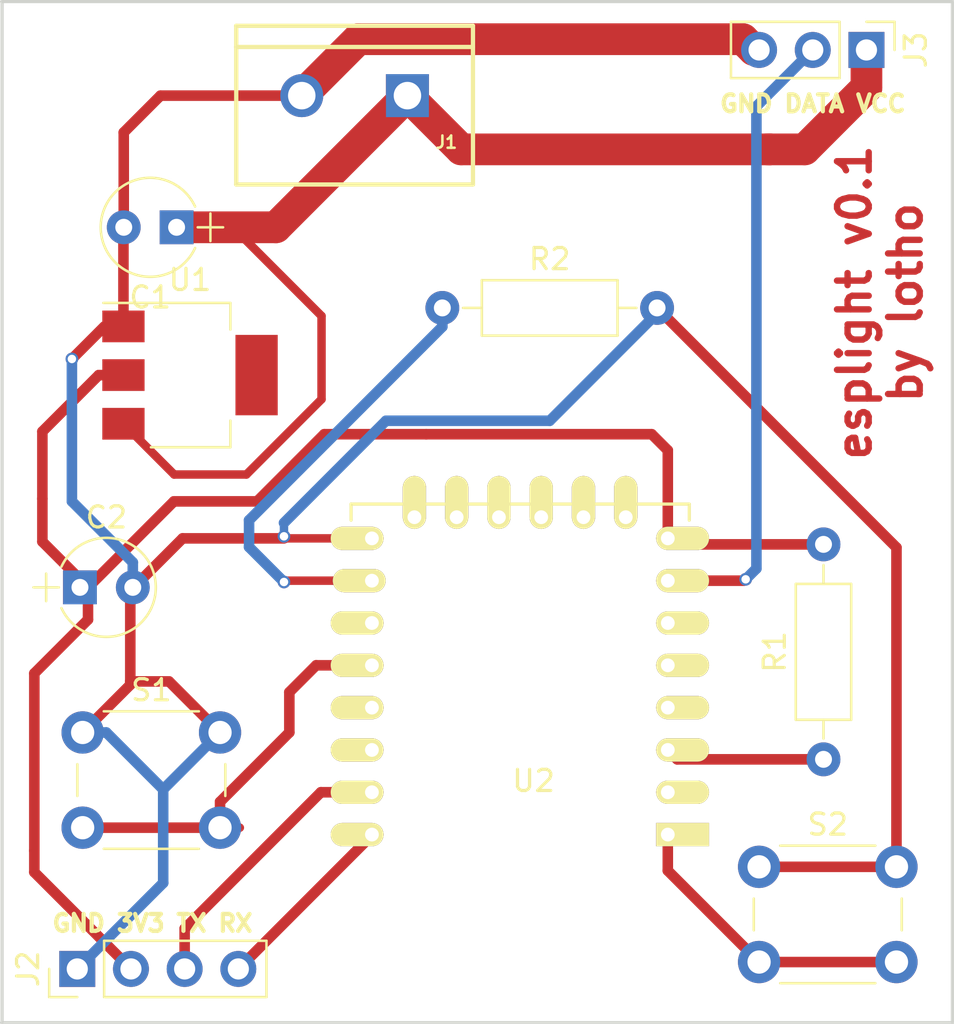
<source format=kicad_pcb>
(kicad_pcb (version 4) (host pcbnew 4.0.7)

  (general
    (links 27)
    (no_connects 0)
    (area 177.699999 65.964999 222.850001 114.375001)
    (thickness 1.6)
    (drawings 7)
    (tracks 110)
    (zones 0)
    (modules 11)
    (nets 24)
  )

  (page A4)
  (layers
    (0 F.Cu signal)
    (31 B.Cu signal)
    (32 B.Adhes user)
    (33 F.Adhes user)
    (34 B.Paste user)
    (35 F.Paste user)
    (36 B.SilkS user)
    (37 F.SilkS user)
    (38 B.Mask user)
    (39 F.Mask user)
    (40 Dwgs.User user)
    (41 Cmts.User user)
    (42 Eco1.User user)
    (43 Eco2.User user)
    (44 Edge.Cuts user)
    (45 Margin user)
    (46 B.CrtYd user)
    (47 F.CrtYd user)
    (48 B.Fab user)
    (49 F.Fab user)
  )

  (setup
    (last_trace_width 0.5)
    (trace_clearance 0.2)
    (zone_clearance 0.508)
    (zone_45_only no)
    (trace_min 0.3)
    (segment_width 0.2)
    (edge_width 0.15)
    (via_size 0.6)
    (via_drill 0.4)
    (via_min_size 0.4)
    (via_min_drill 0.3)
    (uvia_size 0.3)
    (uvia_drill 0.1)
    (uvias_allowed no)
    (uvia_min_size 0.2)
    (uvia_min_drill 0.1)
    (pcb_text_width 0.3)
    (pcb_text_size 1.5 1.5)
    (mod_edge_width 0.15)
    (mod_text_size 1 1)
    (mod_text_width 0.15)
    (pad_size 1.524 1.524)
    (pad_drill 0.762)
    (pad_to_mask_clearance 0.2)
    (aux_axis_origin 0 0)
    (visible_elements FFFFFFFF)
    (pcbplotparams
      (layerselection 0x011fc_80000001)
      (usegerberextensions true)
      (excludeedgelayer true)
      (linewidth 0.100000)
      (plotframeref false)
      (viasonmask false)
      (mode 1)
      (useauxorigin false)
      (hpglpennumber 1)
      (hpglpenspeed 20)
      (hpglpendiameter 15)
      (hpglpenoverlay 2)
      (psnegative false)
      (psa4output false)
      (plotreference true)
      (plotvalue true)
      (plotinvisibletext false)
      (padsonsilk false)
      (subtractmaskfromsilk false)
      (outputformat 1)
      (mirror false)
      (drillshape 0)
      (scaleselection 1)
      (outputdirectory gerber/v0.1/))
  )

  (net 0 "")
  (net 1 GND)
  (net 2 /3V3)
  (net 3 /TXD)
  (net 4 /RXD)
  (net 5 VCC)
  (net 6 /PROGRAM)
  (net 7 "Net-(U2-Pad13)")
  (net 8 "Net-(U2-Pad5)")
  (net 9 "Net-(U2-Pad2)")
  (net 10 /DATA)
  (net 11 "Net-(R1-Pad1)")
  (net 12 "Net-(U2-Pad4)")
  (net 13 "Net-(U2-Pad6)")
  (net 14 "Net-(U2-Pad14)")
  (net 15 "Net-(U2-Pad17)")
  (net 16 "Net-(U2-Pad18)")
  (net 17 "Net-(U2-Pad19)")
  (net 18 "Net-(U2-Pad20)")
  (net 19 "Net-(U2-Pad21)")
  (net 20 "Net-(U2-Pad22)")
  (net 21 "Net-(R2-Pad1)")
  (net 22 /RESET)
  (net 23 "Net-(U2-Pad11)")

  (net_class Default "Dies ist die voreingestellte Netzklasse."
    (clearance 0.2)
    (trace_width 0.5)
    (via_dia 0.6)
    (via_drill 0.4)
    (uvia_dia 0.3)
    (uvia_drill 0.1)
    (add_net /3V3)
    (add_net /DATA)
    (add_net /PROGRAM)
    (add_net /RESET)
    (add_net /RXD)
    (add_net /TXD)
    (add_net GND)
    (add_net "Net-(R1-Pad1)")
    (add_net "Net-(R2-Pad1)")
    (add_net "Net-(U2-Pad11)")
    (add_net "Net-(U2-Pad13)")
    (add_net "Net-(U2-Pad14)")
    (add_net "Net-(U2-Pad17)")
    (add_net "Net-(U2-Pad18)")
    (add_net "Net-(U2-Pad19)")
    (add_net "Net-(U2-Pad2)")
    (add_net "Net-(U2-Pad20)")
    (add_net "Net-(U2-Pad21)")
    (add_net "Net-(U2-Pad22)")
    (add_net "Net-(U2-Pad4)")
    (add_net "Net-(U2-Pad5)")
    (add_net "Net-(U2-Pad6)")
  )

  (net_class power ""
    (clearance 0.2)
    (trace_width 1.5)
    (via_dia 0.6)
    (via_drill 0.4)
    (uvia_dia 0.3)
    (uvia_drill 0.1)
    (add_net VCC)
  )

  (module SparkFun-Connectors:SCREWTERMINAL-5MM-2 (layer F.Cu) (tedit 5B37A519) (tstamp 59343901)
    (at 196.977 70.485 180)
    (descr "<h3>Screw Terminal  5mm Pitch -2 Pin PTH</h3>\n<p>Specifications:\n<ul><li>Pin count: 2</li>\n<li>Pin pitch: 5mm/197mil</li>\n</ul></p>\n<p><a href=”https://www.sparkfun.com/datasheets/Prototyping/Screw-Terminal-5mm.pdf”>Datasheet referenced for footprint</a></p>\n<p>Example device(s):\n<ul><li>CONN_02</li>\n</ul></p>")
    (path /5934374D)
    (fp_text reference J1 (at -1.27 -2.54 180) (layer F.SilkS)
      (effects (font (size 0.57912 0.57912) (thickness 0.12192)) (justify left bottom))
    )
    (fp_text value Screw_Terminal_1x02 (at -1.27 -1.27 180) (layer F.SilkS) hide
      (effects (font (size 0.57912 0.57912) (thickness 0.12192)) (justify left bottom))
    )
    (fp_line (start -3.1 -4.2) (end 8.1 -4.2) (layer F.SilkS) (width 0.2032))
    (fp_line (start 8.1 -4.2) (end 8.1 2.3) (layer F.SilkS) (width 0.2032))
    (fp_line (start 8.1 2.3) (end 8.1 3.3) (layer F.SilkS) (width 0.2032))
    (fp_line (start 8.1 3.3) (end -3.1 3.3) (layer F.SilkS) (width 0.2032))
    (fp_line (start -3.1 3.3) (end -3.1 2.3) (layer F.SilkS) (width 0.2032))
    (fp_line (start -3.1 2.3) (end -3.1 -4.2) (layer F.SilkS) (width 0.2032))
    (fp_line (start 8.1 2.3) (end -3.1 2.3) (layer F.SilkS) (width 0.2032))
    (fp_line (start -3.1 1.35) (end -3.7 1.35) (layer Dwgs.User) (width 0.2032))
    (fp_line (start -3.7 1.35) (end -3.7 2.35) (layer Dwgs.User) (width 0.2032))
    (fp_line (start -3.7 2.35) (end -3.1 2.35) (layer Dwgs.User) (width 0.2032))
    (fp_line (start 8.1 -4) (end 8.7 -4) (layer Dwgs.User) (width 0.2032))
    (fp_line (start 8.7 -4) (end 8.7 -3) (layer Dwgs.User) (width 0.2032))
    (fp_line (start 8.7 -3) (end 8.1 -3) (layer Dwgs.User) (width 0.2032))
    (fp_circle (center 2.5 -3.7) (end 2.7828 -3.7) (layer Dwgs.User) (width 0.127))
    (pad 1 thru_hole rect (at 0 0 180) (size 2.032 2.032) (drill 1.3) (layers *.Cu *.Mask)
      (net 5 VCC))
    (pad 2 thru_hole circle (at 5 0 180) (size 2.032 2.032) (drill 1.3) (layers *.Cu *.Mask)
      (net 1 GND))
  )

  (module Capacitors_THT:CP_Radial_Tantal_D4.5mm_P2.50mm (layer F.Cu) (tedit 58765D06) (tstamp 59346608)
    (at 186.055 76.708 180)
    (descr "CP, Radial_Tantal series, Radial, pin pitch=2.50mm, , diameter=4.5mm, Tantal Electrolytic Capacitor, http://cdn-reichelt.de/documents/datenblatt/B300/TANTAL-TB-Serie%23.pdf")
    (tags "CP Radial_Tantal series Radial pin pitch 2.50mm  diameter 4.5mm Tantal Electrolytic Capacitor")
    (path /58E29EAD)
    (fp_text reference C1 (at 1.25 -3.31 180) (layer F.SilkS)
      (effects (font (size 1 1) (thickness 0.15)))
    )
    (fp_text value 10uF (at 1.25 3.31 180) (layer F.Fab)
      (effects (font (size 1 1) (thickness 0.15)))
    )
    (fp_arc (start 1.25 0) (end -0.8749 -0.98) (angle 130.5) (layer F.SilkS) (width 0.12))
    (fp_arc (start 1.25 0) (end -0.8749 0.98) (angle -130.5) (layer F.SilkS) (width 0.12))
    (fp_arc (start 1.25 0) (end 3.3749 -0.98) (angle 49.5) (layer F.SilkS) (width 0.12))
    (fp_circle (center 1.25 0) (end 3.5 0) (layer F.Fab) (width 0.1))
    (fp_line (start -2.2 0) (end -1 0) (layer F.Fab) (width 0.1))
    (fp_line (start -1.6 -0.65) (end -1.6 0.65) (layer F.Fab) (width 0.1))
    (fp_line (start -2.2 0) (end -1 0) (layer F.SilkS) (width 0.12))
    (fp_line (start -1.6 -0.65) (end -1.6 0.65) (layer F.SilkS) (width 0.12))
    (fp_line (start -1.35 -2.6) (end -1.35 2.6) (layer F.CrtYd) (width 0.05))
    (fp_line (start -1.35 2.6) (end 3.85 2.6) (layer F.CrtYd) (width 0.05))
    (fp_line (start 3.85 2.6) (end 3.85 -2.6) (layer F.CrtYd) (width 0.05))
    (fp_line (start 3.85 -2.6) (end -1.35 -2.6) (layer F.CrtYd) (width 0.05))
    (pad 1 thru_hole rect (at 0 0 180) (size 1.6 1.6) (drill 0.8) (layers *.Cu *.Mask)
      (net 5 VCC))
    (pad 2 thru_hole circle (at 2.5 0 180) (size 1.6 1.6) (drill 0.8) (layers *.Cu *.Mask)
      (net 1 GND))
    (model Capacitors_THT.3dshapes/CP_Radial_Tantal_D4.5mm_P2.50mm.wrl
      (at (xyz 0 0 0))
      (scale (xyz 0.393701 0.393701 0.393701))
      (rotate (xyz 0 0 0))
    )
  )

  (module Pin_Headers:Pin_Header_Straight_1x04_Pitch2.54mm (layer F.Cu) (tedit 5B37A50F) (tstamp 59076266)
    (at 181.356 111.76 90)
    (descr "Through hole straight pin header, 1x04, 2.54mm pitch, single row")
    (tags "Through hole pin header THT 1x04 2.54mm single row")
    (path /58E1245D)
    (fp_text reference J2 (at 0 -2.33 90) (layer F.SilkS)
      (effects (font (size 1 1) (thickness 0.15)))
    )
    (fp_text value CONN_01X04 (at 0 9.95 90) (layer F.Fab) hide
      (effects (font (size 1 1) (thickness 0.15)))
    )
    (fp_line (start -1.27 -1.27) (end -1.27 8.89) (layer F.Fab) (width 0.1))
    (fp_line (start -1.27 8.89) (end 1.27 8.89) (layer F.Fab) (width 0.1))
    (fp_line (start 1.27 8.89) (end 1.27 -1.27) (layer F.Fab) (width 0.1))
    (fp_line (start 1.27 -1.27) (end -1.27 -1.27) (layer F.Fab) (width 0.1))
    (fp_line (start -1.33 1.27) (end -1.33 8.95) (layer F.SilkS) (width 0.12))
    (fp_line (start -1.33 8.95) (end 1.33 8.95) (layer F.SilkS) (width 0.12))
    (fp_line (start 1.33 8.95) (end 1.33 1.27) (layer F.SilkS) (width 0.12))
    (fp_line (start 1.33 1.27) (end -1.33 1.27) (layer F.SilkS) (width 0.12))
    (fp_line (start -1.33 0) (end -1.33 -1.33) (layer F.SilkS) (width 0.12))
    (fp_line (start -1.33 -1.33) (end 0 -1.33) (layer F.SilkS) (width 0.12))
    (fp_line (start -1.8 -1.8) (end -1.8 9.4) (layer F.CrtYd) (width 0.05))
    (fp_line (start -1.8 9.4) (end 1.8 9.4) (layer F.CrtYd) (width 0.05))
    (fp_line (start 1.8 9.4) (end 1.8 -1.8) (layer F.CrtYd) (width 0.05))
    (fp_line (start 1.8 -1.8) (end -1.8 -1.8) (layer F.CrtYd) (width 0.05))
    (fp_text user %R (at 0 -2.33 90) (layer F.Fab)
      (effects (font (size 1 1) (thickness 0.15)))
    )
    (pad 1 thru_hole rect (at 0 0 90) (size 1.7 1.7) (drill 1) (layers *.Cu *.Mask)
      (net 1 GND))
    (pad 2 thru_hole oval (at 0 2.54 90) (size 1.7 1.7) (drill 1) (layers *.Cu *.Mask)
      (net 2 /3V3))
    (pad 3 thru_hole oval (at 0 5.08 90) (size 1.7 1.7) (drill 1) (layers *.Cu *.Mask)
      (net 3 /TXD))
    (pad 4 thru_hole oval (at 0 7.62 90) (size 1.7 1.7) (drill 1) (layers *.Cu *.Mask)
      (net 4 /RXD))
    (model ${KISYS3DMOD}/Pin_Headers.3dshapes/Pin_Header_Straight_1x04_Pitch2.54mm.wrl
      (at (xyz 0 -0.15 0))
      (scale (xyz 1 1 1))
      (rotate (xyz 0 0 90))
    )
  )

  (module Pin_Headers:Pin_Header_Straight_1x03_Pitch2.54mm (layer F.Cu) (tedit 5B37A4EC) (tstamp 5907626D)
    (at 218.694 68.326 270)
    (descr "Through hole straight pin header, 1x03, 2.54mm pitch, single row")
    (tags "Through hole pin header THT 1x03 2.54mm single row")
    (path /590761C5)
    (fp_text reference J3 (at 0 -2.33 270) (layer F.SilkS)
      (effects (font (size 1 1) (thickness 0.15)))
    )
    (fp_text value CONN_01X03 (at 0 7.41 270) (layer F.Fab) hide
      (effects (font (size 1 1) (thickness 0.15)))
    )
    (fp_line (start -1.27 -1.27) (end -1.27 6.35) (layer F.Fab) (width 0.1))
    (fp_line (start -1.27 6.35) (end 1.27 6.35) (layer F.Fab) (width 0.1))
    (fp_line (start 1.27 6.35) (end 1.27 -1.27) (layer F.Fab) (width 0.1))
    (fp_line (start 1.27 -1.27) (end -1.27 -1.27) (layer F.Fab) (width 0.1))
    (fp_line (start -1.33 1.27) (end -1.33 6.41) (layer F.SilkS) (width 0.12))
    (fp_line (start -1.33 6.41) (end 1.33 6.41) (layer F.SilkS) (width 0.12))
    (fp_line (start 1.33 6.41) (end 1.33 1.27) (layer F.SilkS) (width 0.12))
    (fp_line (start 1.33 1.27) (end -1.33 1.27) (layer F.SilkS) (width 0.12))
    (fp_line (start -1.33 0) (end -1.33 -1.33) (layer F.SilkS) (width 0.12))
    (fp_line (start -1.33 -1.33) (end 0 -1.33) (layer F.SilkS) (width 0.12))
    (fp_line (start -1.8 -1.8) (end -1.8 6.85) (layer F.CrtYd) (width 0.05))
    (fp_line (start -1.8 6.85) (end 1.8 6.85) (layer F.CrtYd) (width 0.05))
    (fp_line (start 1.8 6.85) (end 1.8 -1.8) (layer F.CrtYd) (width 0.05))
    (fp_line (start 1.8 -1.8) (end -1.8 -1.8) (layer F.CrtYd) (width 0.05))
    (fp_text user %R (at 0 -2.33 270) (layer F.Fab)
      (effects (font (size 1 1) (thickness 0.15)))
    )
    (pad 1 thru_hole rect (at 0 0 270) (size 1.7 1.7) (drill 1) (layers *.Cu *.Mask)
      (net 5 VCC))
    (pad 2 thru_hole oval (at 0 2.54 270) (size 1.7 1.7) (drill 1) (layers *.Cu *.Mask)
      (net 10 /DATA))
    (pad 3 thru_hole oval (at 0 5.08 270) (size 1.7 1.7) (drill 1) (layers *.Cu *.Mask)
      (net 1 GND))
    (model ${KISYS3DMOD}/Pin_Headers.3dshapes/Pin_Header_Straight_1x03_Pitch2.54mm.wrl
      (at (xyz 0 -0.1 0))
      (scale (xyz 1 1 1))
      (rotate (xyz 0 0 90))
    )
  )

  (module Buttons_Switches_THT:SW_PUSH_6mm_h4.3mm (layer F.Cu) (tedit 5B37A4FC) (tstamp 5907627B)
    (at 181.61 100.584)
    (descr "tactile push button, 6x6mm e.g. PHAP33xx series, height=4.3mm")
    (tags "tact sw push 6mm")
    (path /5909001E)
    (fp_text reference S1 (at 3.25 -2) (layer F.SilkS)
      (effects (font (size 1 1) (thickness 0.15)))
    )
    (fp_text value SWITCH-MOMENTARY-2 (at 3.75 6.7) (layer F.Fab) hide
      (effects (font (size 1 1) (thickness 0.15)))
    )
    (fp_line (start 3.25 -0.75) (end 6.25 -0.75) (layer F.Fab) (width 0.1))
    (fp_line (start 6.25 -0.75) (end 6.25 5.25) (layer F.Fab) (width 0.1))
    (fp_line (start 6.25 5.25) (end 0.25 5.25) (layer F.Fab) (width 0.1))
    (fp_line (start 0.25 5.25) (end 0.25 -0.75) (layer F.Fab) (width 0.1))
    (fp_line (start 0.25 -0.75) (end 3.25 -0.75) (layer F.Fab) (width 0.1))
    (fp_line (start 7.75 6) (end 8 6) (layer F.CrtYd) (width 0.05))
    (fp_line (start 8 6) (end 8 5.75) (layer F.CrtYd) (width 0.05))
    (fp_line (start 7.75 -1.5) (end 8 -1.5) (layer F.CrtYd) (width 0.05))
    (fp_line (start 8 -1.5) (end 8 -1.25) (layer F.CrtYd) (width 0.05))
    (fp_line (start -1.5 -1.25) (end -1.5 -1.5) (layer F.CrtYd) (width 0.05))
    (fp_line (start -1.5 -1.5) (end -1.25 -1.5) (layer F.CrtYd) (width 0.05))
    (fp_line (start -1.5 5.75) (end -1.5 6) (layer F.CrtYd) (width 0.05))
    (fp_line (start -1.5 6) (end -1.25 6) (layer F.CrtYd) (width 0.05))
    (fp_line (start -1.25 -1.5) (end 7.75 -1.5) (layer F.CrtYd) (width 0.05))
    (fp_line (start -1.5 5.75) (end -1.5 -1.25) (layer F.CrtYd) (width 0.05))
    (fp_line (start 7.75 6) (end -1.25 6) (layer F.CrtYd) (width 0.05))
    (fp_line (start 8 -1.25) (end 8 5.75) (layer F.CrtYd) (width 0.05))
    (fp_line (start 1 5.5) (end 5.5 5.5) (layer F.SilkS) (width 0.12))
    (fp_line (start -0.25 1.5) (end -0.25 3) (layer F.SilkS) (width 0.12))
    (fp_line (start 5.5 -1) (end 1 -1) (layer F.SilkS) (width 0.12))
    (fp_line (start 6.75 3) (end 6.75 1.5) (layer F.SilkS) (width 0.12))
    (fp_circle (center 3.25 2.25) (end 1.25 2.5) (layer F.Fab) (width 0.1))
    (pad 2 thru_hole circle (at 0 4.5 90) (size 2 2) (drill 1.1) (layers *.Cu *.Mask)
      (net 6 /PROGRAM))
    (pad 1 thru_hole circle (at 0 0 90) (size 2 2) (drill 1.1) (layers *.Cu *.Mask)
      (net 1 GND))
    (pad 2 thru_hole circle (at 6.5 4.5 90) (size 2 2) (drill 1.1) (layers *.Cu *.Mask)
      (net 6 /PROGRAM))
    (pad 1 thru_hole circle (at 6.5 0 90) (size 2 2) (drill 1.1) (layers *.Cu *.Mask)
      (net 1 GND))
    (model Buttons_Switches_THT.3dshapes/SW_PUSH_6mm_h4.3mm.wrl
      (at (xyz 0.005 0 0))
      (scale (xyz 0.3937 0.3937 0.3937))
      (rotate (xyz 0 0 0))
    )
  )

  (module TO_SOT_Packages_SMD:SOT-223 (layer F.Cu) (tedit 58CE4E7E) (tstamp 59076283)
    (at 186.69 83.693)
    (descr "module CMS SOT223 4 pins")
    (tags "CMS SOT")
    (path /5906714B)
    (attr smd)
    (fp_text reference U1 (at 0 -4.5) (layer F.SilkS)
      (effects (font (size 1 1) (thickness 0.15)))
    )
    (fp_text value LD1117S33CTR (at 0 4.5) (layer F.Fab)
      (effects (font (size 1 1) (thickness 0.15)))
    )
    (fp_text user %R (at 0 0) (layer F.Fab)
      (effects (font (size 0.8 0.8) (thickness 0.12)))
    )
    (fp_line (start -1.85 -2.3) (end -0.8 -3.35) (layer F.Fab) (width 0.1))
    (fp_line (start 1.91 3.41) (end 1.91 2.15) (layer F.SilkS) (width 0.12))
    (fp_line (start 1.91 -3.41) (end 1.91 -2.15) (layer F.SilkS) (width 0.12))
    (fp_line (start 4.4 -3.6) (end -4.4 -3.6) (layer F.CrtYd) (width 0.05))
    (fp_line (start 4.4 3.6) (end 4.4 -3.6) (layer F.CrtYd) (width 0.05))
    (fp_line (start -4.4 3.6) (end 4.4 3.6) (layer F.CrtYd) (width 0.05))
    (fp_line (start -4.4 -3.6) (end -4.4 3.6) (layer F.CrtYd) (width 0.05))
    (fp_line (start -1.85 -2.3) (end -1.85 3.35) (layer F.Fab) (width 0.1))
    (fp_line (start -1.85 3.41) (end 1.91 3.41) (layer F.SilkS) (width 0.12))
    (fp_line (start -0.8 -3.35) (end 1.85 -3.35) (layer F.Fab) (width 0.1))
    (fp_line (start -4.1 -3.41) (end 1.91 -3.41) (layer F.SilkS) (width 0.12))
    (fp_line (start -1.85 3.35) (end 1.85 3.35) (layer F.Fab) (width 0.1))
    (fp_line (start 1.85 -3.35) (end 1.85 3.35) (layer F.Fab) (width 0.1))
    (pad 4 smd rect (at 3.15 0) (size 2 3.8) (layers F.Cu F.Paste F.Mask))
    (pad 2 smd rect (at -3.15 0) (size 2 1.5) (layers F.Cu F.Paste F.Mask)
      (net 2 /3V3))
    (pad 3 smd rect (at -3.15 2.3) (size 2 1.5) (layers F.Cu F.Paste F.Mask)
      (net 5 VCC))
    (pad 1 smd rect (at -3.15 -2.3) (size 2 1.5) (layers F.Cu F.Paste F.Mask)
      (net 1 GND))
    (model ${KISYS3DMOD}/TO_SOT_Packages_SMD.3dshapes/SOT-223.wrl
      (at (xyz 0 0 0))
      (scale (xyz 1 1 1))
      (rotate (xyz 0 0 0))
    )
  )

  (module Resistors_THT:R_Axial_DIN0207_L6.3mm_D2.5mm_P10.16mm_Horizontal (layer F.Cu) (tedit 5874F706) (tstamp 5907633E)
    (at 216.662 101.854 90)
    (descr "Resistor, Axial_DIN0207 series, Axial, Horizontal, pin pitch=10.16mm, 0.25W = 1/4W, length*diameter=6.3*2.5mm^2, http://cdn-reichelt.de/documents/datenblatt/B400/1_4W%23YAG.pdf")
    (tags "Resistor Axial_DIN0207 series Axial Horizontal pin pitch 10.16mm 0.25W = 1/4W length 6.3mm diameter 2.5mm")
    (path /58DEB0C0)
    (fp_text reference R1 (at 5.08 -2.31 90) (layer F.SilkS)
      (effects (font (size 1 1) (thickness 0.15)))
    )
    (fp_text value 10K (at 5.08 2.31 90) (layer F.Fab)
      (effects (font (size 1 1) (thickness 0.15)))
    )
    (fp_line (start 1.93 -1.25) (end 1.93 1.25) (layer F.Fab) (width 0.1))
    (fp_line (start 1.93 1.25) (end 8.23 1.25) (layer F.Fab) (width 0.1))
    (fp_line (start 8.23 1.25) (end 8.23 -1.25) (layer F.Fab) (width 0.1))
    (fp_line (start 8.23 -1.25) (end 1.93 -1.25) (layer F.Fab) (width 0.1))
    (fp_line (start 0 0) (end 1.93 0) (layer F.Fab) (width 0.1))
    (fp_line (start 10.16 0) (end 8.23 0) (layer F.Fab) (width 0.1))
    (fp_line (start 1.87 -1.31) (end 1.87 1.31) (layer F.SilkS) (width 0.12))
    (fp_line (start 1.87 1.31) (end 8.29 1.31) (layer F.SilkS) (width 0.12))
    (fp_line (start 8.29 1.31) (end 8.29 -1.31) (layer F.SilkS) (width 0.12))
    (fp_line (start 8.29 -1.31) (end 1.87 -1.31) (layer F.SilkS) (width 0.12))
    (fp_line (start 0.98 0) (end 1.87 0) (layer F.SilkS) (width 0.12))
    (fp_line (start 9.18 0) (end 8.29 0) (layer F.SilkS) (width 0.12))
    (fp_line (start -1.05 -1.6) (end -1.05 1.6) (layer F.CrtYd) (width 0.05))
    (fp_line (start -1.05 1.6) (end 11.25 1.6) (layer F.CrtYd) (width 0.05))
    (fp_line (start 11.25 1.6) (end 11.25 -1.6) (layer F.CrtYd) (width 0.05))
    (fp_line (start 11.25 -1.6) (end -1.05 -1.6) (layer F.CrtYd) (width 0.05))
    (pad 1 thru_hole circle (at 0 0 90) (size 1.6 1.6) (drill 0.8) (layers *.Cu *.Mask)
      (net 11 "Net-(R1-Pad1)"))
    (pad 2 thru_hole oval (at 10.16 0 90) (size 1.6 1.6) (drill 0.8) (layers *.Cu *.Mask)
      (net 2 /3V3))
    (model Resistors_THT.3dshapes/R_Axial_DIN0207_L6.3mm_D2.5mm_P10.16mm_Horizontal.wrl
      (at (xyz 0 0 0))
      (scale (xyz 0.393701 0.393701 0.393701))
      (rotate (xyz 0 0 0))
    )
  )

  (module ESP8266:ESP-12E (layer F.Cu) (tedit 58B47889) (tstamp 5908D035)
    (at 209.296 105.41 180)
    (descr "Module, ESP-8266, ESP-12, 16 pad, SMD")
    (tags "Module ESP-8266 ESP8266")
    (path /5908CBD4)
    (fp_text reference U2 (at 6.35 2.54 180) (layer F.SilkS)
      (effects (font (size 1 1) (thickness 0.15)))
    )
    (fp_text value ESP-12E (at 6.35 6.35 180) (layer F.Fab) hide
      (effects (font (size 1 1) (thickness 0.15)))
    )
    (fp_line (start -2.25 -0.5) (end -2.25 -8.75) (layer F.CrtYd) (width 0.05))
    (fp_line (start -2.25 -8.75) (end 15.25 -8.75) (layer F.CrtYd) (width 0.05))
    (fp_line (start 15.25 -8.75) (end 16.25 -8.75) (layer F.CrtYd) (width 0.05))
    (fp_line (start 16.25 -8.75) (end 16.25 16) (layer F.CrtYd) (width 0.05))
    (fp_line (start 16.25 16) (end -2.25 16) (layer F.CrtYd) (width 0.05))
    (fp_line (start -2.25 16) (end -2.25 -0.5) (layer F.CrtYd) (width 0.05))
    (fp_line (start -1.016 -8.382) (end 14.986 -8.382) (layer F.CrtYd) (width 0.1524))
    (fp_line (start 14.986 -8.382) (end 14.986 -0.889) (layer F.CrtYd) (width 0.1524))
    (fp_line (start -1.016 -8.382) (end -1.016 -1.016) (layer F.CrtYd) (width 0.1524))
    (fp_line (start -1.016 14.859) (end -1.016 15.621) (layer F.SilkS) (width 0.1524))
    (fp_line (start -1.016 15.621) (end 14.986 15.621) (layer F.SilkS) (width 0.1524))
    (fp_line (start 14.986 15.621) (end 14.986 14.859) (layer F.SilkS) (width 0.1524))
    (fp_line (start 14.992 -8.4) (end -1.008 -2.6) (layer F.CrtYd) (width 0.1524))
    (fp_line (start -1.008 -8.4) (end 14.992 -2.6) (layer F.CrtYd) (width 0.1524))
    (fp_text user "No Copper" (at 6.892 -5.4 180) (layer F.CrtYd)
      (effects (font (size 1 1) (thickness 0.15)))
    )
    (fp_line (start -1.008 -2.6) (end 14.992 -2.6) (layer F.CrtYd) (width 0.1524))
    (fp_line (start 15 -8.4) (end 15 15.6) (layer F.Fab) (width 0.05))
    (fp_line (start 14.992 15.6) (end -1.008 15.6) (layer F.Fab) (width 0.05))
    (fp_line (start -1.008 15.6) (end -1.008 -8.4) (layer F.Fab) (width 0.05))
    (fp_line (start -1.008 -8.4) (end 14.992 -8.4) (layer F.Fab) (width 0.05))
    (pad 1 thru_hole rect (at 0 0 180) (size 2.5 1.1) (drill 0.65 (offset -0.7 0)) (layers *.Cu *.Mask F.SilkS)
      (net 22 /RESET))
    (pad 2 thru_hole oval (at 0 2 180) (size 2.5 1.1) (drill 0.65 (offset -0.7 0)) (layers *.Cu *.Mask F.SilkS)
      (net 9 "Net-(U2-Pad2)"))
    (pad 3 thru_hole oval (at 0 4 180) (size 2.5 1.1) (drill 0.65 (offset -0.7 0)) (layers *.Cu *.Mask F.SilkS)
      (net 11 "Net-(R1-Pad1)"))
    (pad 4 thru_hole oval (at 0 6 180) (size 2.5 1.1) (drill 0.65 (offset -0.7 0)) (layers *.Cu *.Mask F.SilkS)
      (net 12 "Net-(U2-Pad4)"))
    (pad 5 thru_hole oval (at 0 8 180) (size 2.5 1.1) (drill 0.65 (offset -0.7 0)) (layers *.Cu *.Mask F.SilkS)
      (net 8 "Net-(U2-Pad5)"))
    (pad 6 thru_hole oval (at 0 10 180) (size 2.5 1.1) (drill 0.65 (offset -0.7 0)) (layers *.Cu *.Mask F.SilkS)
      (net 13 "Net-(U2-Pad6)"))
    (pad 7 thru_hole oval (at 0 12 180) (size 2.5 1.1) (drill 0.65 (offset -0.7 0)) (layers *.Cu *.Mask F.SilkS)
      (net 10 /DATA))
    (pad 8 thru_hole oval (at 0 14 180) (size 2.5 1.1) (drill 0.65 (offset -0.7 0)) (layers *.Cu *.Mask F.SilkS)
      (net 2 /3V3))
    (pad 9 thru_hole oval (at 14 14 180) (size 2.5 1.1) (drill 0.65 (offset 0.7 0)) (layers *.Cu *.Mask F.SilkS)
      (net 1 GND))
    (pad 10 thru_hole oval (at 14 12 180) (size 2.5 1.1) (drill 0.65 (offset 0.6 0)) (layers *.Cu *.Mask F.SilkS)
      (net 21 "Net-(R2-Pad1)"))
    (pad 11 thru_hole oval (at 14 10 180) (size 2.5 1.1) (drill 0.65 (offset 0.7 0)) (layers *.Cu *.Mask F.SilkS)
      (net 23 "Net-(U2-Pad11)"))
    (pad 12 thru_hole oval (at 14 8 180) (size 2.5 1.1) (drill 0.65 (offset 0.7 0)) (layers *.Cu *.Mask F.SilkS)
      (net 6 /PROGRAM))
    (pad 13 thru_hole oval (at 14 6 180) (size 2.5 1.1) (drill 0.65 (offset 0.7 0)) (layers *.Cu *.Mask F.SilkS)
      (net 7 "Net-(U2-Pad13)"))
    (pad 14 thru_hole oval (at 14 4 180) (size 2.5 1.1) (drill 0.65 (offset 0.7 0)) (layers *.Cu *.Mask F.SilkS)
      (net 14 "Net-(U2-Pad14)"))
    (pad 15 thru_hole oval (at 14 2 180) (size 2.5 1.1) (drill 0.65 (offset 0.7 0)) (layers *.Cu *.Mask F.SilkS)
      (net 3 /TXD))
    (pad 16 thru_hole oval (at 14 0 180) (size 2.5 1.1) (drill 0.65 (offset 0.7 0)) (layers *.Cu *.Mask F.SilkS)
      (net 4 /RXD))
    (pad 17 thru_hole oval (at 1.99 15 270) (size 2.5 1.1) (drill 0.65 (offset -0.7 0)) (layers *.Cu *.Mask F.SilkS)
      (net 15 "Net-(U2-Pad17)"))
    (pad 18 thru_hole oval (at 3.99 15 270) (size 2.5 1.1) (drill 0.65 (offset -0.7 0)) (layers *.Cu *.Mask F.SilkS)
      (net 16 "Net-(U2-Pad18)"))
    (pad 19 thru_hole oval (at 5.99 15 270) (size 2.5 1.1) (drill 0.65 (offset -0.7 0)) (layers *.Cu *.Mask F.SilkS)
      (net 17 "Net-(U2-Pad19)"))
    (pad 20 thru_hole oval (at 7.99 15 270) (size 2.5 1.1) (drill 0.65 (offset -0.7 0)) (layers *.Cu *.Mask F.SilkS)
      (net 18 "Net-(U2-Pad20)"))
    (pad 21 thru_hole oval (at 9.99 15 270) (size 2.5 1.1) (drill 0.65 (offset -0.7 0)) (layers *.Cu *.Mask F.SilkS)
      (net 19 "Net-(U2-Pad21)"))
    (pad 22 thru_hole oval (at 11.99 15 270) (size 2.5 1.1) (drill 0.65 (offset -0.7 0)) (layers *.Cu *.Mask F.SilkS)
      (net 20 "Net-(U2-Pad22)"))
    (model ${ESPLIB}/ESP8266.3dshapes/ESP-12.wrl
      (at (xyz 0 0 0))
      (scale (xyz 0.3937 0.3937 0.3937))
      (rotate (xyz 0 0 0))
    )
  )

  (module Resistors_THT:R_Axial_DIN0207_L6.3mm_D2.5mm_P10.16mm_Horizontal (layer F.Cu) (tedit 5874F706) (tstamp 5931CF7A)
    (at 198.628 80.518)
    (descr "Resistor, Axial_DIN0207 series, Axial, Horizontal, pin pitch=10.16mm, 0.25W = 1/4W, length*diameter=6.3*2.5mm^2, http://cdn-reichelt.de/documents/datenblatt/B400/1_4W%23YAG.pdf")
    (tags "Resistor Axial_DIN0207 series Axial Horizontal pin pitch 10.16mm 0.25W = 1/4W length 6.3mm diameter 2.5mm")
    (path /5931CB7B)
    (fp_text reference R2 (at 5.08 -2.31) (layer F.SilkS)
      (effects (font (size 1 1) (thickness 0.15)))
    )
    (fp_text value 10K (at 5.08 2.31) (layer F.Fab)
      (effects (font (size 1 1) (thickness 0.15)))
    )
    (fp_line (start 1.93 -1.25) (end 1.93 1.25) (layer F.Fab) (width 0.1))
    (fp_line (start 1.93 1.25) (end 8.23 1.25) (layer F.Fab) (width 0.1))
    (fp_line (start 8.23 1.25) (end 8.23 -1.25) (layer F.Fab) (width 0.1))
    (fp_line (start 8.23 -1.25) (end 1.93 -1.25) (layer F.Fab) (width 0.1))
    (fp_line (start 0 0) (end 1.93 0) (layer F.Fab) (width 0.1))
    (fp_line (start 10.16 0) (end 8.23 0) (layer F.Fab) (width 0.1))
    (fp_line (start 1.87 -1.31) (end 1.87 1.31) (layer F.SilkS) (width 0.12))
    (fp_line (start 1.87 1.31) (end 8.29 1.31) (layer F.SilkS) (width 0.12))
    (fp_line (start 8.29 1.31) (end 8.29 -1.31) (layer F.SilkS) (width 0.12))
    (fp_line (start 8.29 -1.31) (end 1.87 -1.31) (layer F.SilkS) (width 0.12))
    (fp_line (start 0.98 0) (end 1.87 0) (layer F.SilkS) (width 0.12))
    (fp_line (start 9.18 0) (end 8.29 0) (layer F.SilkS) (width 0.12))
    (fp_line (start -1.05 -1.6) (end -1.05 1.6) (layer F.CrtYd) (width 0.05))
    (fp_line (start -1.05 1.6) (end 11.25 1.6) (layer F.CrtYd) (width 0.05))
    (fp_line (start 11.25 1.6) (end 11.25 -1.6) (layer F.CrtYd) (width 0.05))
    (fp_line (start 11.25 -1.6) (end -1.05 -1.6) (layer F.CrtYd) (width 0.05))
    (pad 1 thru_hole circle (at 0 0) (size 1.6 1.6) (drill 0.8) (layers *.Cu *.Mask)
      (net 21 "Net-(R2-Pad1)"))
    (pad 2 thru_hole oval (at 10.16 0) (size 1.6 1.6) (drill 0.8) (layers *.Cu *.Mask)
      (net 1 GND))
    (model Resistors_THT.3dshapes/R_Axial_DIN0207_L6.3mm_D2.5mm_P10.16mm_Horizontal.wrl
      (at (xyz 0 0 0))
      (scale (xyz 0.393701 0.393701 0.393701))
      (rotate (xyz 0 0 0))
    )
  )

  (module Buttons_Switches_THT:SW_PUSH_6mm (layer F.Cu) (tedit 5B37A509) (tstamp 5931CF82)
    (at 213.614 106.934)
    (descr https://www.omron.com/ecb/products/pdf/en-b3f.pdf)
    (tags "tact sw push 6mm")
    (path /5921B7DA)
    (fp_text reference S2 (at 3.25 -2) (layer F.SilkS)
      (effects (font (size 1 1) (thickness 0.15)))
    )
    (fp_text value SWITCH-MOMENTARY-2 (at 3.75 6.7) (layer F.Fab) hide
      (effects (font (size 1 1) (thickness 0.15)))
    )
    (fp_line (start 3.25 -0.75) (end 6.25 -0.75) (layer F.Fab) (width 0.1))
    (fp_line (start 6.25 -0.75) (end 6.25 5.25) (layer F.Fab) (width 0.1))
    (fp_line (start 6.25 5.25) (end 0.25 5.25) (layer F.Fab) (width 0.1))
    (fp_line (start 0.25 5.25) (end 0.25 -0.75) (layer F.Fab) (width 0.1))
    (fp_line (start 0.25 -0.75) (end 3.25 -0.75) (layer F.Fab) (width 0.1))
    (fp_line (start 7.75 6) (end 8 6) (layer F.CrtYd) (width 0.05))
    (fp_line (start 8 6) (end 8 5.75) (layer F.CrtYd) (width 0.05))
    (fp_line (start 7.75 -1.5) (end 8 -1.5) (layer F.CrtYd) (width 0.05))
    (fp_line (start 8 -1.5) (end 8 -1.25) (layer F.CrtYd) (width 0.05))
    (fp_line (start -1.5 -1.25) (end -1.5 -1.5) (layer F.CrtYd) (width 0.05))
    (fp_line (start -1.5 -1.5) (end -1.25 -1.5) (layer F.CrtYd) (width 0.05))
    (fp_line (start -1.5 5.75) (end -1.5 6) (layer F.CrtYd) (width 0.05))
    (fp_line (start -1.5 6) (end -1.25 6) (layer F.CrtYd) (width 0.05))
    (fp_line (start -1.25 -1.5) (end 7.75 -1.5) (layer F.CrtYd) (width 0.05))
    (fp_line (start -1.5 5.75) (end -1.5 -1.25) (layer F.CrtYd) (width 0.05))
    (fp_line (start 7.75 6) (end -1.25 6) (layer F.CrtYd) (width 0.05))
    (fp_line (start 8 -1.25) (end 8 5.75) (layer F.CrtYd) (width 0.05))
    (fp_line (start 1 5.5) (end 5.5 5.5) (layer F.SilkS) (width 0.12))
    (fp_line (start -0.25 1.5) (end -0.25 3) (layer F.SilkS) (width 0.12))
    (fp_line (start 5.5 -1) (end 1 -1) (layer F.SilkS) (width 0.12))
    (fp_line (start 6.75 3) (end 6.75 1.5) (layer F.SilkS) (width 0.12))
    (fp_circle (center 3.25 2.25) (end 1.25 2.5) (layer F.Fab) (width 0.1))
    (pad 2 thru_hole circle (at 0 4.5 90) (size 2 2) (drill 1.1) (layers *.Cu *.Mask)
      (net 22 /RESET))
    (pad 1 thru_hole circle (at 0 0 90) (size 2 2) (drill 1.1) (layers *.Cu *.Mask)
      (net 1 GND))
    (pad 2 thru_hole circle (at 6.5 4.5 90) (size 2 2) (drill 1.1) (layers *.Cu *.Mask)
      (net 22 /RESET))
    (pad 1 thru_hole circle (at 6.5 0 90) (size 2 2) (drill 1.1) (layers *.Cu *.Mask)
      (net 1 GND))
    (model Buttons_Switches_THT.3dshapes/SW_PUSH_6mm.wrl
      (at (xyz 0.005 0 0))
      (scale (xyz 0.3937 0.3937 0.3937))
      (rotate (xyz 0 0 0))
    )
  )

  (module Capacitors_THT:CP_Radial_Tantal_D4.5mm_P2.50mm (layer F.Cu) (tedit 58765D06) (tstamp 5934660E)
    (at 181.483 93.726)
    (descr "CP, Radial_Tantal series, Radial, pin pitch=2.50mm, , diameter=4.5mm, Tantal Electrolytic Capacitor, http://cdn-reichelt.de/documents/datenblatt/B300/TANTAL-TB-Serie%23.pdf")
    (tags "CP Radial_Tantal series Radial pin pitch 2.50mm  diameter 4.5mm Tantal Electrolytic Capacitor")
    (path /58E29F20)
    (fp_text reference C2 (at 1.25 -3.31) (layer F.SilkS)
      (effects (font (size 1 1) (thickness 0.15)))
    )
    (fp_text value 100uF (at 1.25 3.31) (layer F.Fab)
      (effects (font (size 1 1) (thickness 0.15)))
    )
    (fp_arc (start 1.25 0) (end -0.8749 -0.98) (angle 130.5) (layer F.SilkS) (width 0.12))
    (fp_arc (start 1.25 0) (end -0.8749 0.98) (angle -130.5) (layer F.SilkS) (width 0.12))
    (fp_arc (start 1.25 0) (end 3.3749 -0.98) (angle 49.5) (layer F.SilkS) (width 0.12))
    (fp_circle (center 1.25 0) (end 3.5 0) (layer F.Fab) (width 0.1))
    (fp_line (start -2.2 0) (end -1 0) (layer F.Fab) (width 0.1))
    (fp_line (start -1.6 -0.65) (end -1.6 0.65) (layer F.Fab) (width 0.1))
    (fp_line (start -2.2 0) (end -1 0) (layer F.SilkS) (width 0.12))
    (fp_line (start -1.6 -0.65) (end -1.6 0.65) (layer F.SilkS) (width 0.12))
    (fp_line (start -1.35 -2.6) (end -1.35 2.6) (layer F.CrtYd) (width 0.05))
    (fp_line (start -1.35 2.6) (end 3.85 2.6) (layer F.CrtYd) (width 0.05))
    (fp_line (start 3.85 2.6) (end 3.85 -2.6) (layer F.CrtYd) (width 0.05))
    (fp_line (start 3.85 -2.6) (end -1.35 -2.6) (layer F.CrtYd) (width 0.05))
    (pad 1 thru_hole rect (at 0 0) (size 1.6 1.6) (drill 0.8) (layers *.Cu *.Mask)
      (net 2 /3V3))
    (pad 2 thru_hole circle (at 2.5 0) (size 1.6 1.6) (drill 0.8) (layers *.Cu *.Mask)
      (net 1 GND))
    (model Capacitors_THT.3dshapes/CP_Radial_Tantal_D4.5mm_P2.50mm.wrl
      (at (xyz 0 0 0))
      (scale (xyz 0.393701 0.393701 0.393701))
      (rotate (xyz 0 0 0))
    )
  )

  (gr_line (start 222.758 66.04) (end 222.758 114.3) (angle 90) (layer Edge.Cuts) (width 0.15))
  (gr_line (start 177.8 66.04) (end 177.8 114.3) (angle 90) (layer Edge.Cuts) (width 0.15))
  (gr_text "GND DATA VCC" (at 216.154 70.866) (layer F.SilkS)
    (effects (font (size 0.8 0.8) (thickness 0.2)))
  )
  (gr_text "GND 3V3 TX RX" (at 184.912 109.601) (layer F.SilkS)
    (effects (font (size 0.8 0.8) (thickness 0.2)))
  )
  (gr_text "esplight v0.1\nby lotho" (at 219.329 80.264 90) (layer F.Cu)
    (effects (font (size 1.5 1.5) (thickness 0.3)))
  )
  (gr_line (start 177.775 66.04) (end 222.775 66.04) (angle 90) (layer Edge.Cuts) (width 0.15) (tstamp 5906339B))
  (gr_line (start 177.775 114.3) (end 222.775 114.3) (angle 90) (layer Edge.Cuts) (width 0.15))

  (segment (start 191.977 70.485) (end 185.293 70.485) (width 0.5) (layer F.Cu) (net 1))
  (segment (start 183.555 72.223) (end 183.555 76.708) (width 0.5) (layer F.Cu) (net 1) (tstamp 5935482F))
  (segment (start 185.293 70.485) (end 183.555 72.223) (width 0.5) (layer F.Cu) (net 1) (tstamp 5935482D))
  (segment (start 183.54 81.393) (end 183.54 76.723) (width 0.5) (layer F.Cu) (net 1))
  (segment (start 183.54 76.723) (end 183.555 76.708) (width 0.5) (layer F.Cu) (net 1) (tstamp 59354825))
  (segment (start 183.983 93.726) (end 183.983 92.543) (width 0.5) (layer B.Cu) (net 1))
  (segment (start 183.983 92.543) (end 181.102 89.662) (width 0.5) (layer B.Cu) (net 1) (tstamp 593541A2))
  (segment (start 181.102 89.662) (end 181.102 82.931) (width 0.5) (layer B.Cu) (net 1) (tstamp 593541A5))
  (via (at 181.102 82.931) (size 0.6) (drill 0.4) (layers F.Cu B.Cu) (net 1))
  (segment (start 181.102 82.931) (end 182.64 81.393) (width 0.5) (layer F.Cu) (net 1) (tstamp 593541AA))
  (segment (start 213.614 68.326) (end 213.36 68.326) (width 1.5) (layer F.Cu) (net 1))
  (segment (start 213.36 68.326) (end 212.852 67.818) (width 1.5) (layer F.Cu) (net 1) (tstamp 59354725))
  (segment (start 194.644 67.818) (end 191.977 70.485) (width 1.5) (layer F.Cu) (net 1) (tstamp 5935472A))
  (segment (start 212.852 67.818) (end 194.644 67.818) (width 1.5) (layer F.Cu) (net 1) (tstamp 59354727))
  (segment (start 208.788 80.518) (end 208.788 80.772) (width 0.5) (layer B.Cu) (net 1))
  (segment (start 208.788 80.772) (end 203.708 85.852) (width 0.5) (layer B.Cu) (net 1) (tstamp 59353FC6))
  (segment (start 191.135 91.313) (end 191.135 91.41) (width 0.4) (layer F.Cu) (net 1) (tstamp 59353FD2))
  (via (at 191.135 91.313) (size 0.6) (drill 0.4) (layers F.Cu B.Cu) (net 1))
  (segment (start 191.135 90.678) (end 191.135 91.313) (width 0.4) (layer B.Cu) (net 1) (tstamp 59353FCE))
  (segment (start 195.961 85.852) (end 191.135 90.678) (width 0.5) (layer B.Cu) (net 1) (tstamp 59353FCC))
  (segment (start 203.708 85.852) (end 195.961 85.852) (width 0.5) (layer B.Cu) (net 1) (tstamp 59353FC9))
  (segment (start 220.114 106.934) (end 220.114 91.844) (width 0.5) (layer F.Cu) (net 1))
  (segment (start 220.114 91.844) (end 208.788 80.518) (width 0.5) (layer F.Cu) (net 1) (tstamp 5931D0B1))
  (segment (start 213.614 106.934) (end 220.114 106.934) (width 0.5) (layer F.Cu) (net 1))
  (segment (start 195.296 91.41) (end 191.135 91.41) (width 0.4) (layer F.Cu) (net 1))
  (segment (start 191.135 91.41) (end 186.339 91.41) (width 0.5) (layer F.Cu) (net 1) (tstamp 59353FD5))
  (segment (start 186.339 91.41) (end 184.023 93.726) (width 0.5) (layer F.Cu) (net 1) (tstamp 5908F756))
  (segment (start 185.42 103.274) (end 185.42 107.696) (width 0.5) (layer B.Cu) (net 1))
  (segment (start 185.42 107.696) (end 181.356 111.76) (width 0.5) (layer B.Cu) (net 1) (tstamp 5908FAC2))
  (segment (start 185.42 103.274) (end 188.11 100.584) (width 0.5) (layer B.Cu) (net 1))
  (segment (start 182.73 100.584) (end 181.61 100.584) (width 0.5) (layer B.Cu) (net 1) (tstamp 5908F7D6))
  (segment (start 185.42 103.274) (end 182.73 100.584) (width 0.5) (layer B.Cu) (net 1) (tstamp 5908F7D3))
  (segment (start 183.864 98.171) (end 185.697 98.171) (width 0.5) (layer F.Cu) (net 1))
  (segment (start 185.697 98.171) (end 188.11 100.584) (width 0.5) (layer F.Cu) (net 1) (tstamp 5908F7A0))
  (segment (start 183.864 93.726) (end 183.864 98.171) (width 0.5) (layer F.Cu) (net 1))
  (segment (start 183.864 98.171) (end 183.864 98.33) (width 0.5) (layer F.Cu) (net 1) (tstamp 5908F79E))
  (segment (start 183.864 98.33) (end 181.61 100.584) (width 0.5) (layer F.Cu) (net 1) (tstamp 5908F798))
  (segment (start 183.864 93.726) (end 184.023 93.726) (width 0.5) (layer F.Cu) (net 1))
  (segment (start 216.662 91.694) (end 209.58 91.694) (width 0.5) (layer F.Cu) (net 2))
  (segment (start 209.58 91.694) (end 209.296 91.41) (width 0.5) (layer F.Cu) (net 2) (tstamp 5908FBFE))
  (segment (start 197.866 86.487) (end 208.534 86.487) (width 0.5) (layer F.Cu) (net 2))
  (segment (start 209.296 87.249) (end 209.296 91.41) (width 0.5) (layer F.Cu) (net 2) (tstamp 5908FBE1))
  (segment (start 208.534 86.487) (end 209.296 87.249) (width 0.5) (layer F.Cu) (net 2) (tstamp 5908FBDF))
  (segment (start 197.993 86.487) (end 197.866 86.487) (width 0.4) (layer F.Cu) (net 2))
  (segment (start 197.866 86.487) (end 193.04 86.487) (width 0.5) (layer F.Cu) (net 2) (tstamp 5908FBDD))
  (segment (start 185.928 89.662) (end 181.864 93.726) (width 0.5) (layer F.Cu) (net 2) (tstamp 5908FB9E))
  (segment (start 189.865 89.662) (end 185.928 89.662) (width 0.5) (layer F.Cu) (net 2) (tstamp 5908FB9A))
  (segment (start 193.04 86.487) (end 189.865 89.662) (width 0.5) (layer F.Cu) (net 2) (tstamp 5908FB91))
  (segment (start 179.324 106.172) (end 179.324 107.188) (width 0.5) (layer F.Cu) (net 2))
  (segment (start 179.324 97.79) (end 179.324 106.172) (width 0.5) (layer F.Cu) (net 2) (tstamp 5908F78C))
  (segment (start 181.864 95.25) (end 179.324 97.79) (width 0.5) (layer F.Cu) (net 2) (tstamp 5908F786))
  (segment (start 181.864 93.726) (end 181.864 95.25) (width 0.5) (layer F.Cu) (net 2))
  (segment (start 179.324 107.188) (end 183.896 111.76) (width 0.5) (layer F.Cu) (net 2) (tstamp 5908FAB6))
  (segment (start 216.632 91.664) (end 216.662 91.694) (width 0.4) (layer F.Cu) (net 2) (tstamp 5908F773))
  (segment (start 183.54 83.693) (end 182.372 83.693) (width 0.5) (layer F.Cu) (net 2))
  (segment (start 182.372 83.693) (end 179.705 86.36) (width 0.5) (layer F.Cu) (net 2) (tstamp 5908F747))
  (segment (start 179.705 89.535) (end 179.705 91.567) (width 0.5) (layer F.Cu) (net 2) (tstamp 5908F766))
  (segment (start 179.705 86.36) (end 179.705 89.535) (width 0.5) (layer F.Cu) (net 2) (tstamp 5908F74D))
  (segment (start 179.705 91.567) (end 181.864 93.726) (width 0.5) (layer F.Cu) (net 2) (tstamp 5908F74F))
  (segment (start 195.296 103.41) (end 192.881 103.41) (width 0.5) (layer F.Cu) (net 3))
  (segment (start 186.436 109.855) (end 186.436 111.76) (width 0.5) (layer F.Cu) (net 3) (tstamp 5908FB1A))
  (segment (start 192.881 103.41) (end 186.436 109.855) (width 0.5) (layer F.Cu) (net 3) (tstamp 5908FB18))
  (segment (start 195.296 105.41) (end 195.296 105.44) (width 0.4) (layer F.Cu) (net 4))
  (segment (start 195.296 105.44) (end 188.976 111.76) (width 0.5) (layer F.Cu) (net 4) (tstamp 5908FB15))
  (segment (start 186.055 76.708) (end 190.754 76.708) (width 1.5) (layer F.Cu) (net 5))
  (segment (start 190.754 76.708) (end 196.977 70.485) (width 1.5) (layer F.Cu) (net 5) (tstamp 59735D5F))
  (segment (start 214.122 73.025) (end 199.517 73.025) (width 1.5) (layer F.Cu) (net 5))
  (segment (start 199.517 73.025) (end 196.977 70.485) (width 1.5) (layer F.Cu) (net 5) (tstamp 59354767))
  (segment (start 218.694 70.104) (end 218.694 68.326) (width 1.5) (layer F.Cu) (net 5) (tstamp 59353D4E))
  (segment (start 215.773 73.025) (end 218.694 70.104) (width 1.5) (layer F.Cu) (net 5) (tstamp 59353D4D))
  (segment (start 214.122 73.025) (end 215.773 73.025) (width 1.5) (layer F.Cu) (net 5))
  (segment (start 214.122 73.025) (end 213.995 73.025) (width 1.5) (layer F.Cu) (net 5) (tstamp 59353D4B))
  (segment (start 186.944 76.835) (end 186.182 76.835) (width 0.4) (layer F.Cu) (net 5))
  (segment (start 186.182 76.835) (end 186.055 76.708) (width 0.4) (layer F.Cu) (net 5) (tstamp 5935482A))
  (segment (start 187.833 76.835) (end 186.944 76.835) (width 0.4) (layer F.Cu) (net 5))
  (segment (start 186.944 76.835) (end 186.309 76.835) (width 0.4) (layer F.Cu) (net 5) (tstamp 59354828))
  (segment (start 187.452 76.835) (end 187.833 76.835) (width 0.4) (layer F.Cu) (net 5))
  (segment (start 187.833 76.835) (end 188.849 76.835) (width 0.4) (layer F.Cu) (net 5) (tstamp 593547E7))
  (segment (start 185.939 88.392) (end 183.54 85.993) (width 0.4) (layer F.Cu) (net 5) (tstamp 59354396))
  (segment (start 189.357 88.392) (end 185.939 88.392) (width 0.4) (layer F.Cu) (net 5) (tstamp 59354394))
  (segment (start 192.913 84.836) (end 189.357 88.392) (width 0.4) (layer F.Cu) (net 5) (tstamp 59354391))
  (segment (start 192.913 80.899) (end 192.913 84.836) (width 0.4) (layer F.Cu) (net 5) (tstamp 5935438D))
  (segment (start 188.849 76.835) (end 192.913 80.899) (width 0.4) (layer F.Cu) (net 5) (tstamp 5935438A))
  (segment (start 183.54 85.993) (end 183.54 86.258) (width 0.4) (layer F.Cu) (net 5))
  (segment (start 192.658 97.41) (end 195.296 97.41) (width 0.5) (layer F.Cu) (net 6) (tstamp 5908FB24))
  (segment (start 191.389 98.679) (end 192.658 97.41) (width 0.5) (layer F.Cu) (net 6) (tstamp 5908FB21))
  (segment (start 191.389 100.584) (end 191.389 98.679) (width 0.5) (layer F.Cu) (net 6) (tstamp 5908FB20))
  (segment (start 188.11 103.863) (end 191.389 100.584) (width 0.5) (layer F.Cu) (net 6) (tstamp 5908FB1E))
  (segment (start 188.11 105.084) (end 188.11 103.863) (width 0.5) (layer F.Cu) (net 6))
  (segment (start 188.11 105.084) (end 189.048 105.084) (width 0.4) (layer F.Cu) (net 6))
  (segment (start 181.61 105.084) (end 188.11 105.084) (width 0.5) (layer F.Cu) (net 6))
  (segment (start 209.296 93.41) (end 212.914 93.41) (width 0.5) (layer F.Cu) (net 10))
  (segment (start 212.914 93.41) (end 212.979 93.345) (width 0.4) (layer F.Cu) (net 10) (tstamp 5932B4C8))
  (via (at 212.979 93.345) (size 0.6) (drill 0.4) (layers F.Cu B.Cu) (net 10))
  (segment (start 212.979 93.345) (end 213.487 92.837) (width 0.5) (layer B.Cu) (net 10) (tstamp 5932B4D5))
  (segment (start 213.487 92.837) (end 213.487 70.993) (width 0.5) (layer B.Cu) (net 10) (tstamp 5932B4D6))
  (segment (start 213.487 70.993) (end 216.154 68.326) (width 0.5) (layer B.Cu) (net 10) (tstamp 5932B4DE))
  (segment (start 216.662 101.854) (end 209.74 101.854) (width 0.5) (layer F.Cu) (net 11))
  (segment (start 209.74 101.854) (end 209.296 101.41) (width 0.5) (layer F.Cu) (net 11) (tstamp 5908FBEE))
  (segment (start 198.628 80.518) (end 198.628 81.407) (width 0.5) (layer B.Cu) (net 21))
  (segment (start 191.197 93.41) (end 195.296 93.41) (width 0.4) (layer F.Cu) (net 21) (tstamp 59353FFB))
  (segment (start 191.135 93.472) (end 191.197 93.41) (width 0.4) (layer F.Cu) (net 21) (tstamp 59353FFA))
  (via (at 191.135 93.472) (size 0.6) (drill 0.4) (layers F.Cu B.Cu) (net 21))
  (segment (start 189.484 91.821) (end 191.135 93.472) (width 0.5) (layer B.Cu) (net 21) (tstamp 59353FF5))
  (segment (start 189.484 90.551) (end 189.484 91.821) (width 0.5) (layer B.Cu) (net 21) (tstamp 59353FEF))
  (segment (start 198.628 81.407) (end 189.484 90.551) (width 0.5) (layer B.Cu) (net 21) (tstamp 59353FE4))
  (segment (start 198.374 80.772) (end 198.628 80.518) (width 0.5) (layer B.Cu) (net 21) (tstamp 5931D155))
  (segment (start 213.614 111.434) (end 220.114 111.434) (width 0.5) (layer F.Cu) (net 22))
  (segment (start 209.296 105.41) (end 209.296 107.116) (width 0.5) (layer F.Cu) (net 22))
  (segment (start 209.296 107.116) (end 213.614 111.434) (width 0.5) (layer F.Cu) (net 22) (tstamp 5931D0A4))

)

</source>
